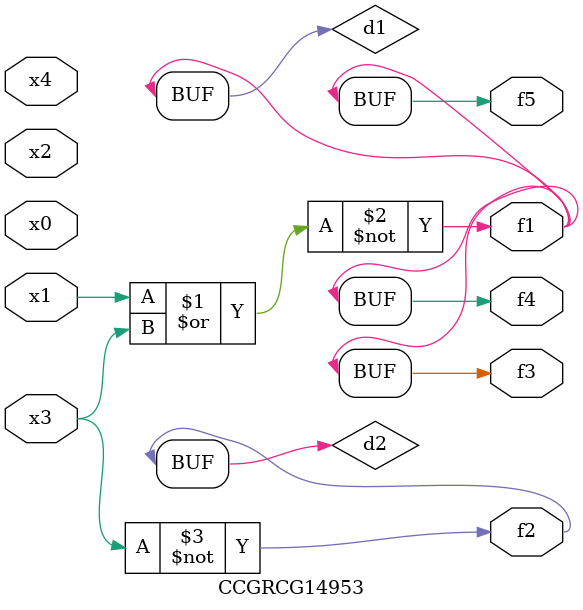
<source format=v>
module CCGRCG14953(
	input x0, x1, x2, x3, x4,
	output f1, f2, f3, f4, f5
);

	wire d1, d2;

	nor (d1, x1, x3);
	not (d2, x3);
	assign f1 = d1;
	assign f2 = d2;
	assign f3 = d1;
	assign f4 = d1;
	assign f5 = d1;
endmodule

</source>
